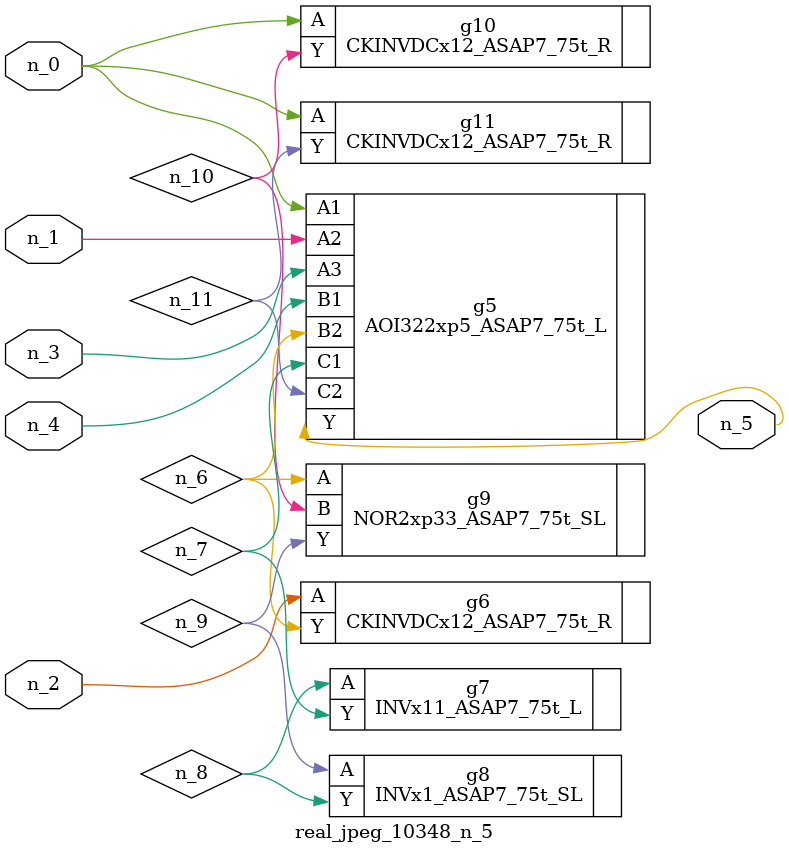
<source format=v>
module real_jpeg_10348_n_5 (n_4, n_0, n_1, n_2, n_3, n_5);

input n_4;
input n_0;
input n_1;
input n_2;
input n_3;

output n_5;

wire n_8;
wire n_11;
wire n_6;
wire n_7;
wire n_10;
wire n_9;

AOI322xp5_ASAP7_75t_L g5 ( 
.A1(n_0),
.A2(n_1),
.A3(n_3),
.B1(n_4),
.B2(n_6),
.C1(n_7),
.C2(n_11),
.Y(n_5)
);

CKINVDCx12_ASAP7_75t_R g10 ( 
.A(n_0),
.Y(n_10)
);

CKINVDCx12_ASAP7_75t_R g11 ( 
.A(n_0),
.Y(n_11)
);

CKINVDCx12_ASAP7_75t_R g6 ( 
.A(n_2),
.Y(n_6)
);

NOR2xp33_ASAP7_75t_SL g9 ( 
.A(n_6),
.B(n_10),
.Y(n_9)
);

INVx11_ASAP7_75t_L g7 ( 
.A(n_8),
.Y(n_7)
);

INVx1_ASAP7_75t_SL g8 ( 
.A(n_9),
.Y(n_8)
);


endmodule
</source>
